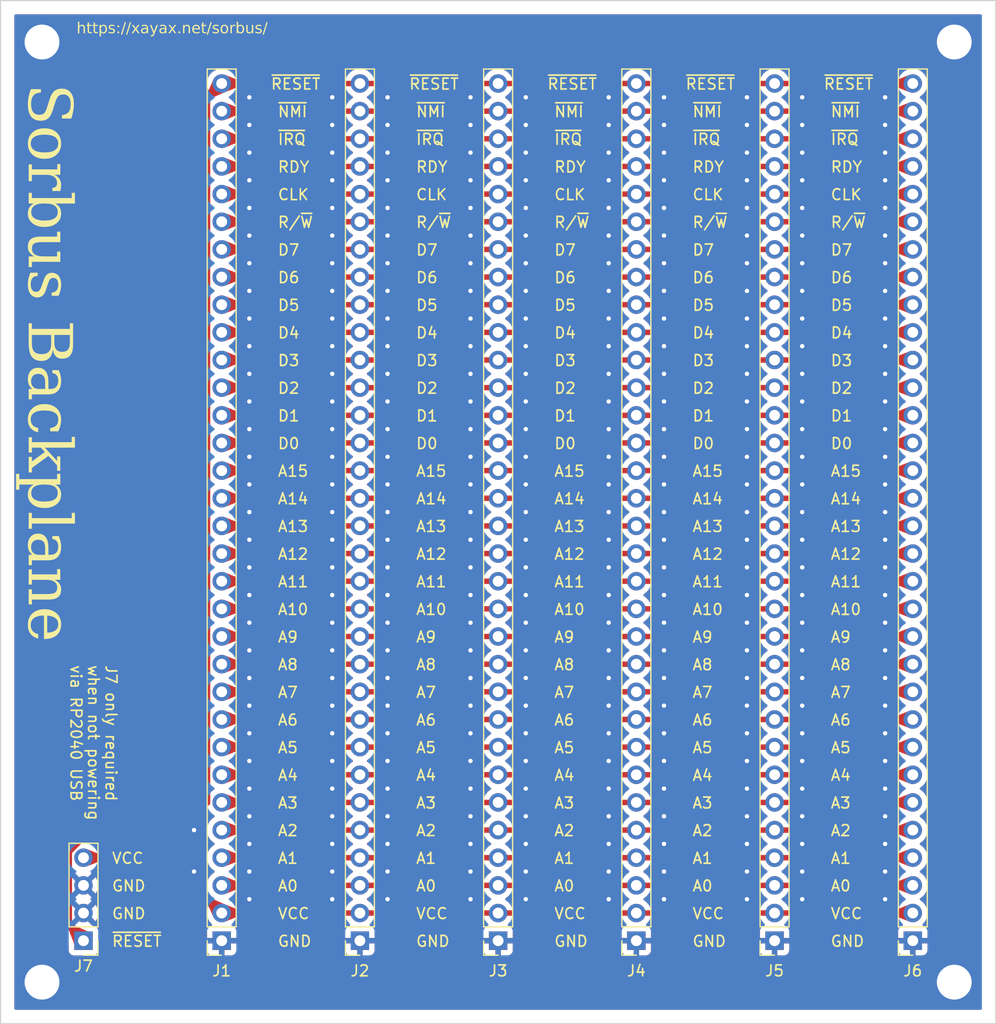
<source format=kicad_pcb>
(kicad_pcb (version 20221018) (generator pcbnew)
  (layers (0 "F.Cu" signal) (31 "B.Cu" signal) (34 "B.Paste" user) (35 "F.Paste" user) (36 "B.SilkS" user "B.Silkscreen") (37 "F.SilkS" user "F.Silkscreen") (38 "B.Mask" user) (39 "F.Mask" user) (44 "Edge.Cuts" user))
  (net 0 "")
  (net 1 "GND")
  (net 2 "VCC")
  (net 3 "A0")
  (net 4 "A1")
  (net 5 "A2")
  (net 6 "A3")
  (net 7 "A4")
  (net 8 "A5")
  (net 9 "A6")
  (net 10 "A7")
  (net 11 "A8")
  (net 12 "A9")
  (net 13 "A10")
  (net 14 "A11")
  (net 15 "A12")
  (net 16 "A13")
  (net 17 "A14")
  (net 18 "A15")
  (net 19 "D0")
  (net 20 "D1")
  (net 21 "D2")
  (net 22 "D3")
  (net 23 "D4")
  (net 24 "D5")
  (net 25 "D6")
  (net 26 "D7")
  (net 27 "R~W")
  (net 28 "CLK")
  (net 29 "RDY")
  (net 30 "~{IRQ}")
  (net 31 "~{NMI}")
  (net 32 "~{RESET}")
  (footprint "Connector_PinSocket_2.54mm:PinSocket_1x32_P2.54mm_Vertical" (layer "F.Cu") (at 152.4 127 180)
    (fp_text reference "J6")
    (fp_text value "Conn_01x32_Socket" hide)
  )
  (footprint "Connector_PinSocket_2.54mm:PinSocket_1x32_P2.54mm_Vertical" (layer "F.Cu") (at 127 127 180)
    (fp_text reference "J4")
    (fp_text value "Conn_01x32_Socket" hide)
  )
  (footprint "Connector_PinSocket_2.54mm:PinSocket_1x32_P2.54mm_Vertical" (layer "F.Cu") (at 88.9 127 180)
    (fp_text reference "J1")
    (fp_text value "Conn_01x32_Socket" hide)
  )
  (footprint "Connector_PinSocket_2.54mm:PinSocket_1x32_P2.54mm_Vertical" (layer "F.Cu") (at 139.7 127 180)
    (fp_text reference "J5")
    (fp_text value "Conn_01x32_Socket" hide)
  )
  (footprint "Connector_PinHeader_2.54mm:PinHeader_1x04_P2.54mm_Vertical" (layer "F.Cu") (at 76.2 127 180)
    (fp_text reference "J7")
    (fp_text value "Conn_01x04_Socket" hide)
  )
  (footprint "Connector_PinSocket_2.54mm:PinSocket_1x32_P2.54mm_Vertical" (layer "F.Cu") (at 101.6 127 180)
    (fp_text reference "J2")
    (fp_text value "Conn_01x32_Socket" hide)
  )
  (footprint "Connector_PinSocket_2.54mm:PinSocket_1x32_P2.54mm_Vertical" (layer "F.Cu") (at 114.3 127 180)
    (fp_text reference "J3")
    (fp_text value "Conn_01x32_Socket" hide)
  )
  (gr_line (start 160.02 134.62) (end 160.02 40.64) (stroke (width 0.1)) (layer "Edge.Cuts"))
  (gr_line (start 68.58 134.62) (end 160.02 134.62) (stroke (width 0.1)) (layer "Edge.Cuts"))
  (gr_line (start 68.58 40.64) (end 68.58 134.62) (stroke (width 0.1)) (layer "Edge.Cuts"))
  (gr_line (start 160.02 40.64) (end 68.58 40.64) (stroke (width 0.1)) (layer "Edge.Cuts"))
  (gr_text "D4" (at 144.78 71.755) (layer "F.SilkS") (effects (font (size 1 1)) (justify left bottom)))
  (gr_text "A12" (at 132.08 92.075) (layer "F.SilkS") (effects (font (size 1 1)) (justify left bottom)))
  (gr_text "GND" (at 132.08 127.635) (layer "F.SilkS") (effects (font (size 1 1)) (justify left bottom)))
  (gr_text "A15" (at 119.38 84.455) (layer "F.SilkS") (effects (font (size 1 1)) (justify left bottom)))
  (gr_text "D4" (at 132.08 71.755) (layer "F.SilkS") (effects (font (size 1 1)) (justify left bottom)))
  (gr_text "A14" (at 106.68 86.995) (layer "F.SilkS") (effects (font (size 1 1)) (justify left bottom)))
  (gr_text "~{RESET}" (at 144.145 48.895) (layer "F.SilkS") (effects (font (size 1 1)) (justify left bottom)))
  (gr_text "GND" (at 106.68 127.635) (layer "F.SilkS") (effects (font (size 1 1)) (justify left bottom)))
  (gr_text "~{IRQ}" (at 106.68 53.975) (layer "F.SilkS") (effects (font (size 1 1)) (justify left bottom)))
  (gr_text "~{NMI}" (at 119.38 51.435) (layer "F.SilkS") (effects (font (size 1 1)) (justify left bottom)))
  (gr_text "GND" (at 93.98 127.635) (layer "F.SilkS") (effects (font (size 1 1)) (justify left bottom)))
  (gr_text "A13" (at 144.78 89.535) (layer "F.SilkS") (effects (font (size 1 1)) (justify left bottom)))
  (gr_text "A0" (at 132.08 122.555) (layer "F.SilkS") (effects (font (size 1 1)) (justify left bottom)))
  (gr_text "~{RESET}" (at 131.445 48.895) (layer "F.SilkS") (effects (font (size 1 1)) (justify left bottom)))
  (gr_text "CLK" (at 144.78 59.055) (layer "F.SilkS") (effects (font (size 1 1)) (justify left bottom)))
  (gr_text "A15" (at 106.68 84.455) (layer "F.SilkS") (effects (font (size 1 1)) (justify left bottom)))
  (gr_text "A2" (at 144.78 117.475) (layer "F.SilkS") (effects (font (size 1 1)) (justify left bottom)))
  (gr_text "A15" (at 93.98 84.455) (layer "F.SilkS") (effects (font (size 1 1)) (justify left bottom)))
  (gr_text "RDY" (at 106.68 56.515) (layer "F.SilkS") (effects (font (size 1 1)) (justify left bottom)))
  (gr_text "A11" (at 106.68 94.615) (layer "F.SilkS") (effects (font (size 1 1)) (justify left bottom)))
  (gr_text "R/~{W}" (at 144.78 61.595) (layer "F.SilkS") (effects (font (size 1 1)) (justify left bottom)))
  (gr_text "A3" (at 93.98 114.935) (layer "F.SilkS") (effects (font (size 1 1)) (justify left bottom)))
  (gr_text "A5" (at 132.08 109.855) (layer "F.SilkS") (effects (font (size 1 1)) (justify left bottom)))
  (gr_text "A12" (at 106.68 92.075) (layer "F.SilkS") (effects (font (size 1 1)) (justify left bottom)))
  (gr_text "A6" (at 93.98 107.315) (layer "F.SilkS") (effects (font (size 1 1)) (justify left bottom)))
  (gr_text "~{NMI}" (at 93.98 51.435) (layer "F.SilkS") (effects (font (size 1 1)) (justify left bottom)))
  (gr_text "D3" (at 106.68 74.295) (layer "F.SilkS") (effects (font (size 1 1)) (justify left bottom)))
  (gr_text "D2" (at 106.68 76.835) (layer "F.SilkS") (effects (font (size 1 1)) (justify left bottom)))
  (gr_text "D0" (at 106.68 81.915) (layer "F.SilkS") (effects (font (size 1 1)) (justify left bottom)))
  (gr_text "A14" (at 144.78 86.995) (layer "F.SilkS") (effects (font (size 1 1)) (justify left bottom)))
  (gr_text "D7" (at 132.08 64.135) (layer "F.SilkS") (effects (font (size 1 1)) (justify left bottom)))
  (gr_text "A10" (at 106.68 97.155) (layer "F.SilkS") (effects (font (size 1 1)) (justify left bottom)))
  (gr_text "A3" (at 144.78 114.935) (layer "F.SilkS") (effects (font (size 1 1)) (justify left bottom)))
  (gr_text "A10" (at 93.98 97.155) (layer "F.SilkS") (effects (font (size 1 1)) (justify left bottom)))
  (gr_text "A8" (at 106.68 102.235) (layer "F.SilkS") (effects (font (size 1 1)) (justify left bottom)))
  (gr_text "CLK" (at 132.08 59.055) (layer "F.SilkS") (effects (font (size 1 1)) (justify left bottom)))
  (gr_text "D7" (at 93.98 64.135) (layer "F.SilkS") (effects (font (size 1 1)) (justify left bottom)))
  (gr_text "D3" (at 144.78 74.295) (layer "F.SilkS") (effects (font (size 1 1)) (justify left bottom)))
  (gr_text "A15" (at 132.08 84.455) (layer "F.SilkS") (effects (font (size 1 1)) (justify left bottom)))
  (gr_text "A9" (at 119.38 99.695) (layer "F.SilkS") (effects (font (size 1 1)) (justify left bottom)))
  (gr_text "A7" (at 144.78 104.775) (layer "F.SilkS") (effects (font (size 1 1)) (justify left bottom)))
  (gr_text "D3" (at 93.98 74.295) (layer "F.SilkS") (effects (font (size 1 1)) (justify left bottom)))
  (gr_text "A5" (at 144.78 109.855) (layer "F.SilkS") (effects (font (size 1 1)) (justify left bottom)))
  (gr_text "D2" (at 93.98 76.835) (layer "F.SilkS") (effects (font (size 1 1)) (justify left bottom)))
  (gr_text "A13" (at 106.68 89.535) (layer "F.SilkS") (effects (font (size 1 1)) (justify left bottom)))
  (gr_text "A7" (at 93.98 104.775) (layer "F.SilkS") (effects (font (size 1 1)) (justify left bottom)))
  (gr_text "A4" (at 106.68 112.395) (layer "F.SilkS") (effects (font (size 1 1)) (justify left bottom)))
  (gr_text "A7" (at 132.08 104.775) (layer "F.SilkS") (effects (font (size 1 1)) (justify left bottom)))
  (gr_text "D5" (at 93.98 69.215) (layer "F.SilkS") (effects (font (size 1 1)) (justify left bottom)))
  (gr_text "A1" (at 119.38 120.015) (layer "F.SilkS") (effects (font (size 1 1)) (justify left bottom)))
  (gr_text "A12" (at 144.78 92.075) (layer "F.SilkS") (effects (font (size 1 1)) (justify left bottom)))
  (gr_text "A4" (at 144.78 112.395) (layer "F.SilkS") (effects (font (size 1 1)) (justify left bottom)))
  (gr_text "J7 only required\nwhen not powering\nvia RP2040 USB" (at 74.93 101.6 270) (layer "F.SilkS") (effects (font (size 1 1)) (justify left bottom)))
  (gr_text "D3" (at 119.38 74.295) (layer "F.SilkS") (effects (font (size 1 1)) (justify left bottom)))
  (gr_text "A6" (at 132.08 107.315) (layer "F.SilkS") (effects (font (size 1 1)) (justify left bottom)))
  (gr_text "A8" (at 144.78 102.235) (layer "F.SilkS") (effects (font (size 1 1)) (justify left bottom)))
  (gr_text "~{IRQ}" (at 132.08 53.975) (layer "F.SilkS") (effects (font (size 1 1)) (justify left bottom)))
  (gr_text "D2" (at 132.08 76.835) (layer "F.SilkS") (effects (font (size 1 1)) (justify left bottom)))
  (gr_text "A15" (at 144.78 84.455) (layer "F.SilkS") (effects (font (size 1 1)) (justify left bottom)))
  (gr_text "D1" (at 144.78 79.375) (layer "F.SilkS") (effects (font (size 1 1)) (justify left bottom)))
  (gr_text "D2" (at 119.38 76.835) (layer "F.SilkS") (effects (font (size 1 1)) (justify left bottom)))
  (gr_text "D2" (at 144.78 76.835) (layer "F.SilkS") (effects (font (size 1 1)) (justify left bottom)))
  (gr_text "GND" (at 144.78 127.635) (layer "F.SilkS") (effects (font (size 1 1)) (justify left bottom)))
  (gr_text "~{IRQ}" (at 119.38 53.975) (layer "F.SilkS") (effects (font (size 1 1)) (justify left bottom)))
  (gr_text "~{RESET}" (at 106.045 48.895) (layer "F.SilkS") (effects (font (size 1 1)) (justify left bottom)))
  (gr_text "VCC" (at 132.08 125.095) (layer "F.SilkS") (effects (font (size 1 1)) (justify left bottom)))
  (gr_text "A13" (at 119.38 89.535) (layer "F.SilkS") (effects (font (size 1 1)) (justify left bottom)))
  (gr_text "D1" (at 106.68 79.375) (layer "F.SilkS") (effects (font (size 1 1)) (justify left bottom)))
  (gr_text "A5" (at 106.68 109.855) (layer "F.SilkS") (effects (font (size 1 1)) (justify left bottom)))
  (gr_text "~{NMI}" (at 132.08 51.435) (layer "F.SilkS") (effects (font (size 1 1)) (justify left bottom)))
  (gr_text "D6" (at 93.98 66.675) (layer "F.SilkS") (effects (font (size 1 1)) (justify left bottom)))
  (gr_text "A7" (at 106.68 104.775) (layer "F.SilkS") (effects (font (size 1 1)) (justify left bottom)))
  (gr_text "A10" (at 144.78 97.155) (layer "F.SilkS") (effects (font (size 1 1)) (justify left bottom)))
  (gr_text "D5" (at 132.08 69.215) (layer "F.SilkS") (effects (font (size 1 1)) (justify left bottom)))
  (gr_text "RDY" (at 119.38 56.515) (layer "F.SilkS") (effects (font (size 1 1)) (justify left bottom)))
  (gr_text "A9" (at 144.78 99.695) (layer "F.SilkS") (effects (font (size 1 1)) (justify left bottom)))
  (gr_text "A2" (at 119.38 117.475) (layer "F.SilkS") (effects (font (size 1 1)) (justify left bottom)))
  (gr_text "R/~{W}" (at 119.38 61.595) (layer "F.SilkS") (effects (font (size 1 1)) (justify left bottom)))
  (gr_text "A11" (at 119.38 94.615) (layer "F.SilkS") (effects (font (size 1 1)) (justify left bottom)))
  (gr_text "A0" (at 93.98 122.555) (layer "F.SilkS") (effects (font (size 1 1)) (justify left bottom)))
  (gr_text "D7" (at 144.78 64.135) (layer "F.SilkS") (effects (font (size 1 1)) (justify left bottom)))
  (gr_text "D4" (at 93.98 71.755) (layer "F.SilkS") (effects (font (size 1 1)) (justify left bottom)))
  (gr_text "A10" (at 132.08 97.155) (layer "F.SilkS") (effects (font (size 1 1)) (justify left bottom)))
  (gr_text "~{RESET}" (at 93.345 48.895) (layer "F.SilkS") (effects (font (size 1 1)) (justify left bottom)))
  (gr_text "A11" (at 93.98 94.615) (layer "F.SilkS") (effects (font (size 1 1)) (justify left bottom)))
  (gr_text "A6" (at 119.38 107.315) (layer "F.SilkS") (effects (font (size 1 1)) (justify left bottom)))
  (gr_text "RDY" (at 93.98 56.515) (layer "F.SilkS") (effects (font (size 1 1)) (justify left bottom)))
  (gr_text "VCC" (at 106.68 125.095) (layer "F.SilkS") (effects (font (size 1 1)) (justify left bottom)))
  (gr_text "D4" (at 119.38 71.755) (layer "F.SilkS") (effects (font (size 1 1)) (justify left bottom)))
  (gr_text "A1" (at 144.78 120.015) (layer "F.SilkS") (effects (font (size 1 1)) (justify left bottom)))
  (gr_text "RDY" (at 144.78 56.515) (layer "F.SilkS") (effects (font (size 1 1)) (justify left bottom)))
  (gr_text "R/~{W}" (at 132.08 61.595) (layer "F.SilkS") (effects (font (size 1 1)) (justify left bottom)))
  (gr_text "A8" (at 132.08 102.235) (layer "F.SilkS") (effects (font (size 1 1)) (justify left bottom)))
  (gr_text "A1" (at 106.68 120.015) (layer "F.SilkS") (effects (font (size 1 1)) (justify left bottom)))
  (gr_text "D0" (at 93.98 81.915) (layer "F.SilkS") (effects (font (size 1 1)) (justify left bottom)))
  (gr_text "A13" (at 93.98 89.535) (layer "F.SilkS") (effects (font (size 1 1)) (justify left bottom)))
  (gr_text "R/~{W}" (at 106.68 61.595) (layer "F.SilkS") (effects (font (size 1 1)) (justify left bottom)))
  (gr_text "D6" (at 119.38 66.675) (layer "F.SilkS") (effects (font (size 1 1)) (justify left bottom)))
  (gr_text "A11" (at 132.08 94.615) (layer "F.SilkS") (effects (font (size 1 1)) (justify left bottom)))
  (gr_text "A12" (at 93.98 92.075) (layer "F.SilkS") (effects (font (size 1 1)) (justify left bottom)))
  (gr_text "D0" (at 119.38 81.915) (layer "F.SilkS") (effects (font (size 1 1)) (justify left bottom)))
  (gr_text "A4" (at 93.98 112.395) (layer "F.SilkS") (effects (font (size 1 1)) (justify left bottom)))
  (gr_text "A14" (at 132.08 86.995) (layer "F.SilkS") (effects (font (size 1 1)) (justify left bottom)))
  (gr_text "~{RESET}" (at 78.74 127.635) (layer "F.SilkS") (effects (font (size 1 1)) (justify left bottom)))
  (gr_text "A11" (at 144.78 94.615) (layer "F.SilkS") (effects (font (size 1 1)) (justify left bottom)))
  (gr_text "CLK" (at 119.38 59.055) (layer "F.SilkS") (effects (font (size 1 1)) (justify left bottom)))
  (gr_text "A12" (at 119.38 92.075) (layer "F.SilkS") (effects (font (size 1 1)) (justify left bottom)))
  (gr_text "VCC" (at 144.78 125.095) (layer "F.SilkS") (effects (font (size 1 1)) (justify left bottom)))
  (gr_text "GND" (at 119.38 127.635) (layer "F.SilkS") (effects (font (size 1 1)) (justify left bottom)))
  (gr_text "VCC" (at 119.38 125.095) (layer "F.SilkS") (effects (font (size 1 1)) (justify left bottom)))
  (gr_text "VCC" (at 93.98 125.095) (layer "F.SilkS") (effects (font (size 1 1)) (justify left bottom)))
  (gr_text "A9" (at 93.98 99.695) (layer "F.SilkS") (effects (font (size 1 1)) (justify left bottom)))
  (gr_text "A8" (at 93.98 102.235) (layer "F.SilkS") (effects (font (size 1 1)) (justify left bottom)))
  (gr_text "D1" (at 132.08 79.375) (layer "F.SilkS") (effects (font (size 1 1)) (justify left bottom)))
  (gr_text "A5" (at 119.38 109.855) (layer "F.SilkS") (effects (font (size 1 1)) (justify left bottom)))
  (gr_text "A3" (at 132.08 114.935) (layer "F.SilkS") (effects (font (size 1 1)) (justify left bottom)))
  (gr_text "VCC" (at 78.74 120.015) (layer "F.SilkS") (effects (font (size 1 1)) (justify left bottom)))
  (gr_text "A0" (at 144.78 122.555) (layer "F.SilkS") (effects (font (size 1 1)) (justify left bottom)))
  (gr_text "A6" (at 144.78 107.315) (layer "F.SilkS") (effects (font (size 1 1)) (justify left bottom)))
  (gr_text "A9" (at 106.68 99.695) (layer "F.SilkS") (effects (font (size 1 1)) (justify left bottom)))
  (gr_text "D7" (at 106.68 64.135) (layer "F.SilkS") (effects (font (size 1 1)) (justify left bottom)))
  (gr_text "D6" (at 106.68 66.675) (layer "F.SilkS") (effects (font (size 1 1)) (justify left bottom)))
  (gr_text "A14" (at 119.38 86.995) (layer "F.SilkS") (effects (font (size 1 1)) (justify left bottom)))
  (gr_text "CLK" (at 93.98 59.055) (layer "F.SilkS") (effects (font (size 1 1)) (justify left bottom)))
  (gr_text "D1" (at 119.38 79.375) (layer "F.SilkS") (effects (font (size 1 1)) (justify left bottom)))
  (gr_text "D1" (at 93.98 79.375) (layer "F.SilkS") (effects (font (size 1 1)) (justify left bottom)))
  (gr_text "A8" (at 119.38 102.235) (layer "F.SilkS") (effects (font (size 1 1)) (justify left bottom)))
  (gr_text "D5" (at 144.78 69.215) (layer "F.SilkS") (effects (font (size 1 1)) (justify left bottom)))
  (gr_text "~{NMI}" (at 144.78 51.435) (layer "F.SilkS") (effects (font (size 1 1)) (justify left bottom)))
  (gr_text "A0" (at 119.38 122.555) (layer "F.SilkS") (effects (font (size 1 1)) (justify left bottom)))
  (gr_text "A0" (at 106.68 122.555) (layer "F.SilkS") (effects (font (size 1 1)) (justify left bottom)))
  (gr_text "R/~{W}" (at 93.98 61.595) (layer "F.SilkS") (effects (font (size 1 1)) (justify left bottom)))
  (gr_text "D6" (at 144.78 66.675) (layer "F.SilkS") (effects (font (size 1 1)) (justify left bottom)))
  (gr_text "https://xayax.net/sorbus/" (at 75.565 43.815) (layer "F.SilkS") (effects (font (size 1 1)) (justify left bottom)))
  (gr_text "CLK" (at 106.68 59.055) (layer "F.SilkS") (effects (font (size 1 1)) (justify left bottom)))
  (gr_text "A4" (at 119.38 112.395) (layer "F.SilkS") (effects (font (size 1 1)) (justify left bottom)))
  (gr_text "D5" (at 119.38 69.215) (layer "F.SilkS") (effects (font (size 1 1)) (justify left bottom)))
  (gr_text "A3" (at 119.38 114.935) (layer "F.SilkS") (effects (font (size 1 1)) (justify left bottom)))
  (gr_text "A9" (at 132.08 99.695) (layer "F.SilkS") (effects (font (size 1 1)) (justify left bottom)))
  (gr_text "A2" (at 93.98 117.475) (layer "F.SilkS") (effects (font (size 1 1)) (justify left bottom)))
  (gr_text "Sorbus Backplane" (at 70.485 48.26 -90) (layer "F.SilkS") (effects (font (size 4 4) (thickness 0.125)) (justify left bottom)))
  (gr_text "D7" (at 119.38 64.135) (layer "F.SilkS") (effects (font (size 1 1)) (justify left bottom)))
  (gr_text "A10" (at 119.38 97.155) (layer "F.SilkS") (effects (font (size 1 1)) (justify left bottom)))
  (gr_text "A1" (at 132.08 120.015) (layer "F.SilkS") (effects (font (size 1 1)) (justify left bottom)))
  (gr_text "~{IRQ}" (at 144.78 53.975) (layer "F.SilkS") (effects (font (size 1 1)) (justify left bottom)))
  (gr_text "D3" (at 132.08 74.295) (layer "F.SilkS") (effects (font (size 1 1)) (justify left bottom)))
  (gr_text "D0" (at 132.08 81.915) (layer "F.SilkS") (effects (font (size 1 1)) (justify left bottom)))
  (gr_text "D4" (at 106.68 71.755) (layer "F.SilkS") (effects (font (size 1 1)) (justify left bottom)))
  (gr_text "A3" (at 106.68 114.935) (layer "F.SilkS") (effects (font (size 1 1)) (justify left bottom)))
  (gr_text "~{RESET}" (at 118.745 48.895) (layer "F.SilkS") (effects (font (size 1 1)) (justify left bottom)))
  (gr_text "RDY" (at 132.08 56.515) (layer "F.SilkS") (effects (font (size 1 1)) (justify left bottom)))
  (gr_text "A4" (at 132.08 112.395) (layer "F.SilkS") (effects (font (size 1 1)) (justify left bottom)))
  (gr_text "~{IRQ}" (at 93.98 53.975) (layer "F.SilkS") (effects (font (size 1 1)) (justify left bottom)))
  (gr_text "~{NMI}" (at 106.68 51.435) (layer "F.SilkS") (effects (font (size 1 1)) (justify left bottom)))
  (gr_text "A1" (at 93.98 120.015) (layer "F.SilkS") (effects (font (size 1 1)) (justify left bottom)))
  (gr_text "GND" (at 78.74 125.095) (layer "F.SilkS") (effects (font (size 1 1)) (justify left bottom)))
  (gr_text "A6" (at 106.68 107.315) (layer "F.SilkS") (effects (font (size 1 1)) (justify left bottom)))
  (gr_text "A13" (at 132.08 89.535) (layer "F.SilkS") (effects (font (size 1 1)) (justify left bottom)))
  (gr_text "A5" (at 93.98 109.855) (layer "F.SilkS") (effects (font (size 1 1)) (justify left bottom)))
  (gr_text "GND" (at 78.74 122.555) (layer "F.SilkS") (effects (font (size 1 1)) (justify left bottom)))
  (gr_text "A2" (at 132.08 117.475) (layer "F.SilkS") (effects (font (size 1 1)) (justify left bottom)))
  (gr_text "A7" (at 119.38 104.775) (layer "F.SilkS") (effects (font (size 1 1)) (justify left bottom)))
  (gr_text "D0" (at 144.78 81.915) (layer "F.SilkS") (effects (font (size 1 1)) (justify left bottom)))
  (gr_text "D5" (at 106.68 69.215) (layer "F.SilkS") (effects (font (size 1 1)) (justify left bottom)))
  (gr_text "D6" (at 132.08 66.675) (layer "F.SilkS") (effects (font (size 1 1)) (justify left bottom)))
  (gr_text "A2" (at 106.68 117.475) (layer "F.SilkS") (effects (font (size 1 1)) (justify left bottom)))
  (gr_text "A14" (at 93.98 86.995) (layer "F.SilkS") (effects (font (size 1 1)) (justify left bottom)))
  (via (at 137.16 59.69) (size 0.8) (drill 0.4) (layers "F.Cu" "B.Cu") (net 1))
  (via (at 99.06 115.57) (size 0.8) (drill 0.4) (layers "F.Cu" "B.Cu") (net 1))
  (via (at 137.16 64.77) (size 0.8) (drill 0.4) (layers "F.Cu" "B.Cu") (net 1))
  (via (at 137.16 123.19) (size 0.8) (drill 0.4) (layers "F.Cu" "B.Cu") (net 1))
  (via (at 104.14 100.33) (size 0.8) (drill 0.4) (layers "F.Cu" "B.Cu") (net 1))
  (via (at 116.84 67.31) (size 0.8) (drill 0.4) (layers "F.Cu" "B.Cu") (net 1))
  (via (at 111.76 82.55) (size 0.8) (drill 0.4) (layers "F.Cu" "B.Cu") (net 1))
  (via (at 116.84 87.63) (size 0.8) (drill 0.4) (layers "F.Cu" "B.Cu") (net 1))
  (via (at 99.06 72.39) (size 0.8) (drill 0.4) (layers "F.Cu" "B.Cu") (net 1))
  (via (at 129.54 120.65) (size 0.8) (drill 0.4) (layers "F.Cu" "B.Cu") (net 1))
  (via (at 124.46 95.25) (size 0.8) (drill 0.4) (layers "F.Cu" "B.Cu") (net 1))
  (via (at 129.54 64.77) (size 0.8) (drill 0.4) (layers "F.Cu" "B.Cu") (net 1))
  (via (at 104.14 49.53) (size 0.8) (drill 0.4) (layers "F.Cu" "B.Cu") (net 1))
  (via (at 142.24 69.85) (size 0.8) (drill 0.4) (layers "F.Cu" "B.Cu") (net 1))
  (via (at 149.86 110.49) (size 0.8) (drill 0.4) (layers "F.Cu" "B.Cu") (net 1))
  (via (at 99.06 118.11) (size 0.8) (drill 0.4) (layers "F.Cu" "B.Cu") (net 1))
  (via (at 129.54 97.79) (size 0.8) (drill 0.4) (layers "F.Cu" "B.Cu") (net 1))
  (via (at 129.54 62.23) (size 0.8) (drill 0.4) (layers "F.Cu" "B.Cu") (net 1))
  (via (at 99.06 62.23) (size 0.8) (drill 0.4) (layers "F.Cu" "B.Cu") (net 1))
  (via (at 124.46 72.39) (size 0.8) (drill 0.4) (layers "F.Cu" "B.Cu") (net 1))
  (via (at 129.54 113.03) (size 0.8) (drill 0.4) (layers "F.Cu" "B.Cu") (net 1))
  (via (at 99.06 90.17) (size 0.8) (drill 0.4) (layers "F.Cu" "B.Cu") (net 1))
  (via (at 149.86 82.55) (size 0.8) (drill 0.4) (layers "F.Cu" "B.Cu") (net 1))
  (via (at 124.46 77.47) (size 0.8) (drill 0.4) (layers "F.Cu" "B.Cu") (net 1))
  (via (at 149.86 120.65) (size 0.8) (drill 0.4) (layers "F.Cu" "B.Cu") (net 1))
  (via (at 137.16 115.57) (size 0.8) (drill 0.4) (layers "F.Cu" "B.Cu") (net 1))
  (via (at 104.14 72.39) (size 0.8) (drill 0.4) (layers "F.Cu" "B.Cu") (net 1))
  (via (at 116.84 49.53) (size 0.8) (drill 0.4) (layers "F.Cu" "B.Cu") (net 1))
  (via (at 124.46 67.31) (size 0.8) (drill 0.4) (layers "F.Cu" "B.Cu") (net 1))
  (via (at 116.84 92.71) (size 0.8) (drill 0.4) (layers "F.Cu" "B.Cu") (net 1))
  (via (at 104.14 59.69) (size 0.8) (drill 0.4) (layers "F.Cu" "B.Cu") (net 1))
  (via (at 137.16 49.53) (size 0.8) (drill 0.4) (layers "F.Cu" "B.Cu") (net 1))
  (via (at 72.39 44.45) (size 3.4) (drill 3.2) (layers "F.Cu" "B.Cu") (net 1))
  (via (at 91.44 102.87) (size 0.8) (drill 0.4) (layers "F.Cu" "B.Cu") (net 1))
  (via (at 111.76 90.17) (size 0.8) (drill 0.4) (layers "F.Cu" "B.Cu") (net 1))
  (via (at 111.76 67.31) (size 0.8) (drill 0.4) (layers "F.Cu" "B.Cu") (net 1))
  (via (at 91.44 97.79) (size 0.8) (drill 0.4) (layers "F.Cu" "B.Cu") (net 1))
  (via (at 156.21 130.81) (size 3.4) (drill 3.2) (layers "F.Cu" "B.Cu") (net 1))
  (via (at 111.76 57.15) (size 0.8) (drill 0.4) (layers "F.Cu" "B.Cu") (net 1))
  (via (at 111.76 52.07) (size 0.8) (drill 0.4) (layers "F.Cu" "B.Cu") (net 1))
  (via (at 99.06 113.03) (size 0.8) (drill 0.4) (layers "F.Cu" "B.Cu") (net 1))
  (via (at 104.14 105.41) (size 0.8) (drill 0.4) (layers "F.Cu" "B.Cu") (net 1))
  (via (at 99.06 87.63) (size 0.8) (drill 0.4) (layers "F.Cu" "B.Cu") (net 1))
  (via (at 149.86 118.11) (size 0.8) (drill 0.4) (layers "F.Cu" "B.Cu") (net 1))
  (via (at 91.44 49.53) (size 0.8) (drill 0.4) (layers "F.Cu" "B.Cu") (net 1))
  (via (at 149.86 107.95) (size 0.8) (drill 0.4) (layers "F.Cu" "B.Cu") (net 1))
  (via (at 137.16 102.87) (size 0.8) (drill 0.4) (layers "F.Cu" "B.Cu") (net 1))
  (via (at 129.54 87.63) (size 0.8) (drill 0.4) (layers "F.Cu" "B.Cu") (net 1))
  (via (at 99.06 64.77) (size 0.8) (drill 0.4) (layers "F.Cu" "B.Cu") (net 1))
  (via (at 116.84 52.07) (size 0.8) (drill 0.4) (layers "F.Cu" "B.Cu") (net 1))
  (via (at 137.16 72.39) (size 0.8) (drill 0.4) (layers "F.Cu" "B.Cu") (net 1))
  (via (at 142.24 52.07) (size 0.8) (drill 0.4) (layers "F.Cu" "B.Cu") (net 1))
  (via (at 111.76 77.47) (size 0.8) (drill 0.4) (layers "F.Cu" "B.Cu") (net 1))
  (via (at 149.86 92.71) (size 0.8) (drill 0.4) (layers "F.Cu" "B.Cu") (net 1))
  (via (at 111.76 92.71) (size 0.8) (drill 0.4) (layers "F.Cu" "B.Cu") (net 1))
  (via (at 124.46 100.33) (size 0.8) (drill 0.4) (layers "F.Cu" "B.Cu") (net 1))
  (via (at 137.16 92.71) (size 0.8) (drill 0.4) (layers "F.Cu" "B.Cu") (net 1))
  (via (at 111.76 113.03) (size 0.8) (drill 0.4) (layers "F.Cu" "B.Cu") (net 1))
  (via (at 116.84 105.41) (size 0.8) (drill 0.4) (layers "F.Cu" "B.Cu") (net 1))
  (via (at 91.44 100.33) (size 0.8) (drill 0.4) (layers "F.Cu" "B.Cu") (net 1))
  (via (at 129.54 80.01) (size 0.8) (drill 0.4) (layers "F.Cu" "B.Cu") (net 1))
  (via (at 149.86 80.01) (size 0.8) (drill 0.4) (layers "F.Cu" "B.Cu") (net 1))
  (via (at 111.76 62.23) (size 0.8) (drill 0.4) (layers "F.Cu" "B.Cu") (net 1))
  (via (at 142.24 85.09) (size 0.8) (drill 0.4) (layers "F.Cu" "B.Cu") (net 1))
  (via (at 149.86 97.79) (size 0.8) (drill 0.4) (layers "F.Cu" "B.Cu") (net 1))
  (via (at 137.16 57.15) (size 0.8) (drill 0.4) (layers "F.Cu" "B.Cu") (net 1))
  (via (at 142.24 74.93) (size 0.8) (drill 0.4) (layers "F.Cu" "B.Cu") (net 1))
  (via (at 142.24 54.61) (size 0.8) (drill 0.4) (layers "F.Cu" "B.Cu") (net 1))
  (via (at 124.46 97.79) (size 0.8) (drill 0.4) (layers "F.Cu" "B.Cu") (net 1))
  (via (at 116.84 72.39) (size 0.8) (drill 0.4) (layers "F.Cu" "B.Cu") (net 1))
  (via (at 91.44 113.03) (size 0.8) (drill 0.4) (layers "F.Cu" "B.Cu") (net 1))
  (via (at 111.76 74.93) (size 0.8) (drill 0.4) (layers "F.Cu" "B.Cu") (net 1))
  (via (at 149.86 115.57) (size 0.8) (drill 0.4) (layers "F.Cu" "B.Cu") (net 1))
  (via (at 124.46 85.09) (size 0.8) (drill 0.4) (layers "F.Cu" "B.Cu") (net 1))
  (via (at 116.84 95.25) (size 0.8) (drill 0.4) (layers "F.Cu" "B.Cu") (net 1))
  (via (at 111.76 100.33) (size 0.8) (drill 0.4) (layers "F.Cu" "B.Cu") (net 1))
  (via (at 142.24 64.77) (size 0.8) (drill 0.4) (layers "F.Cu" "B.Cu") (net 1))
  (via (at 104.14 57.15) (size 0.8) (drill 0.4) (layers "F.Cu" "B.Cu") (net 1))
  (via (at 91.44 52.07) (size 0.8) (drill 0.4) (layers "F.Cu" "B.Cu") (net 1))
  (via (at 149.86 113.03) (size 0.8) (drill 0.4) (layers "F.Cu" "B.Cu") (net 1))
  (via (at 124.46 64.77) (size 0.8) (drill 0.4) (layers "F.Cu" "B.Cu") (net 1))
  (via (at 142.24 118.11) (size 0.8) (drill 0.4) (layers "F.Cu" "B.Cu") (net 1))
  (via (at 116.84 113.03) (size 0.8) (drill 0.4) (layers "F.Cu" "B.Cu") (net 1))
  (via (at 124.46 82.55) (size 0.8) (drill 0.4) (layers "F.Cu" "B.Cu") (net 1))
  (via (at 104.14 62.23) (size 0.8) (drill 0.4) (layers "F.Cu" "B.Cu") (net 1))
  (via (at 124.46 62.23) (size 0.8) (drill 0.4) (layers "F.Cu" "B.Cu") (net 1))
  (via (at 99.06 57.15) (size 0.8) (drill 0.4) (layers "F.Cu" "B.Cu") (net 1))
  (via (at 104.14 115.57) (size 0.8) (drill 0.4) (layers "F.Cu" "B.Cu") (net 1))
  (via (at 124.46 115.57) (size 0.8) (drill 0.4) (layers "F.Cu" "B.Cu") (net 1))
  (via (at 124.46 92.71) (size 0.8) (drill 0.4) (layers "F.Cu" "B.Cu") (net 1))
  (via (at 116.84 120.65) (size 0.8) (drill 0.4) (layers "F.Cu" "B.Cu") (net 1))
  (via (at 129.54 118.11) (size 0.8) (drill 0.4) (layers "F.Cu" "B.Cu") (net 1))
  (via (at 104.14 113.03) (size 0.8) (drill 0.4) (layers "F.Cu" "B.Cu") (net 1))
  (via (at 142.24 107.95) (size 0.8) (drill 0.4) (layers "F.Cu" "B.Cu") (net 1))
  (via (at 116.84 102.87) (size 0.8) (drill 0.4) (layers "F.Cu" "B.Cu") (net 1))
  (via (at 91.44 72.39) (size 0.8) (drill 0.4) (layers "F.Cu" "B.Cu") (net 1))
  (via (at 142.24 87.63) (size 0.8) (drill 0.4) (layers "F.Cu" "B.Cu") (net 1))
  (via (at 156.21 44.45) (size 3.4) (drill 3.2) (layers "F.Cu" "B.Cu") (net 1))
  (via (at 137.16 67.31) (size 0.8) (drill 0.4) (layers "F.Cu" "B.Cu") (net 1))
  (via (at 129.54 72.39) (size 0.8) (drill 0.4) (layers "F.Cu" "B.Cu") (net 1))
  (via (at 137.16 110.49) (size 0.8) (drill 0.4) (layers "F.Cu" "B.Cu") (net 1))
  (via (at 104.14 97.79) (size 0.8) (drill 0.4) (layers "F.Cu" "B.Cu") (net 1))
  (via (at 124.46 102.87) (size 0.8) (drill 0.4) (layers "F.Cu" "B.Cu") (net 1))
  (via (at 149.86 67.31) (size 0.8) (drill 0.4) (layers "F.Cu" "B.Cu") (net 1))
  (via (at 111.76 59.69) (size 0.8) (drill 0.4) (layers "F.Cu" "B.Cu") (net 1))
  (via (at 116.84 74.93) (size 0.8) (drill 0.4) (layers "F.Cu" "B.Cu") (net 1))
  (via (at 142.24 77.47) (size 0.8) (drill 0.4) (layers "F.Cu" "B.Cu") (net 1))
  (via (at 99.06 97.79) (size 0.8) (drill 0.4) (layers "F.Cu" "B.Cu") (net 1))
  (via (at 142.24 110.49) (size 0.8) (drill 0.4) (layers "F.Cu" "B.Cu") (net 1))
  (via (at 111.76 120.65) (size 0.8) (drill 0.4) (layers "F.Cu" "B.Cu") (net 1))
  (via (at 104.14 54.61) (size 0.8) (drill 0.4) (layers "F.Cu" "B.Cu") (net 1))
  (via (at 149.86 100.33) (size 0.8) (drill 0.4) (layers "F.Cu" "B.Cu") (net 1))
  (via (at 137.16 52.07) (size 0.8) (drill 0.4) (layers "F.Cu" "B.Cu") (net 1))
  (via (at 124.46 107.95) (size 0.8) (drill 0.4) (layers "F.Cu" "B.Cu") (net 1))
  (via (at 104.14 118.11) (size 0.8) (drill 0.4) (layers "F.Cu" "B.Cu") (net 1))
  (via (at 104.14 90.17) (size 0.8) (drill 0.4) (layers "F.Cu" "B.Cu") (net 1))
  (via (at 91.44 107.95) (size 0.8) (drill 0.4) (layers "F.Cu" "B.Cu") (net 1))
  (via (at 99.06 110.49) (size 0.8) (drill 0.4) (layers "F.Cu" "B.Cu") (net 1))
  (via (at 137.16 97.79) (size 0.8) (drill 0.4) (layers "F.Cu" "B.Cu") (net 1))
  (via (at 129.54 100.33) (size 0.8) (drill 0.4) (layers "F.Cu" "B.Cu") (net 1))
  (via (at 116.84 115.57) (size 0.8) (drill 0.4) (layers "F.Cu" "B.Cu") (net 1))
  (via (at 91.44 90.17) (size 0.8) (drill 0.4) (layers "F.Cu" "B.Cu") (net 1))
  (via (at 142.24 100.33) (size 0.8) (drill 0.4) (layers "F.Cu" "B.Cu") (net 1))
  (via (at 116.84 62.23) (size 0.8) (drill 0.4) (layers "F.Cu" "B.Cu") (net 1))
  (via (at 111.76 85.09) (size 0.8) (drill 0.4) (layers "F.Cu" "B.Cu") (net 1))
  (via (at 116.84 64.77) (size 0.8) (drill 0.4) (layers "F.Cu" "B.Cu") (net 1))
  (via (at 116.84 80.01) (size 0.8) (drill 0.4) (layers "F.Cu" "B.Cu") (net 1))
  (via (at 116.84 118.11) (size 0.8) (drill 0.4) (layers "F.Cu" "B.Cu") (net 1))
  (via (at 104.14 69.85) (size 0.8) (drill 0.4) (layers "F.Cu" "B.Cu") (net 1))
  (via (at 111.76 69.85) (size 0.8) (drill 0.4) (layers "F.Cu" "B.Cu") (net 1))
  (via (at 104.14 85.09) (size 0.8) (drill 0.4) (layers "F.Cu" "B.Cu") (net 1))
  (via (at 137.16 118.11) (size 0.8) (drill 0.4) (layers "F.Cu" "B.Cu") (net 1))
  (via (at 99.06 59.69) (size 0.8) (drill 0.4) (layers "F.Cu" "B.Cu") (net 1))
  (via (at 104.14 120.65) (size 0.8) (drill 0.4) (layers "F.Cu" "B.Cu") (net 1))
  (via (at 142.24 59.69) (size 0.8) (drill 0.4) (layers "F.Cu" "B.Cu") (net 1))
  (via (at 142.24 120.65) (size 0.8) (drill 0.4) (layers "F.Cu" "B.Cu") (net 1))
  (via (at 142.24 90.17) (size 0.8) (drill 0.4) (layers "F.Cu" "B.Cu") (net 1))
  (via (at 129.54 102.87) (size 0.8) (drill 0.4) (layers "F.Cu" "B.Cu") (net 1))
  (via (at 116.84 77.47) (size 0.8) (drill 0.4) (layers "F.Cu" "B.Cu") (net 1))
  (via (at 116.84 69.85) (size 0.8) (drill 0.4) (layers "F.Cu" "B.Cu") (net 1))
  (via (at 129.54 69.85) (size 0.8) (drill 0.4) (layers "F.Cu" "B.Cu") (net 1))
  (via (at 91.44 115.57) (size 0.8) (drill 0.4) (layers "F.Cu" "B.Cu") (net 1))
  (via (at 99.06 123.19) (size 0.8) (drill 0.4) (layers "F.Cu" "B.Cu") (net 1))
  (via (at 124.46 123.19) (size 0.8) (drill 0.4) (layers "F.Cu" "B.Cu") (net 1))
  (via (at 91.44 67.31) (size 0.8) (drill 0.4) (layers "F.Cu" "B.Cu") (net 1))
  (via (at 104.14 102.87) (size 0.8) (drill 0.4) (layers "F.Cu" "B.Cu") (net 1))
  (via (at 137.16 85.09) (size 0.8) (drill 0.4) (layers "F.Cu" "B.Cu") (net 1))
  (via (at 99.06 77.47) (size 0.8) (drill 0.4) (layers "F.Cu" "B.Cu") (net 1))
  (via (at 149.86 59.69) (size 0.8) (drill 0.4) (layers "F.Cu" "B.Cu") (net 1))
  (via (at 104.14 64.77) (size 0.8) (drill 0.4) (layers "F.Cu" "B.Cu") (net 1))
  (via (at 124.46 69.85) (size 0.8) (drill 0.4) (layers "F.Cu" "B.Cu") (net 1))
  (via (at 116.84 110.49) (size 0.8) (drill 0.4) (layers "F.Cu" "B.Cu") (net 1))
  (via (at 142.24 113.03) (size 0.8) (drill 0.4) (layers "F.Cu" "B.Cu") (net 1))
  (via (at 149.86 77.47) (size 0.8) (drill 0.4) (layers "F.Cu" "B.Cu") (net 1))
  (via (at 99.06 80.01) (size 0.8) (drill 0.4) (layers "F.Cu" "B.Cu") (net 1))
  (via (at 137.16 82.55) (size 0.8) (drill 0.4) (layers "F.Cu" "B.Cu") (net 1))
  (via (at 149.86 62.23) (size 0.8) (drill 0.4) (layers "F.Cu" "B.Cu") (net 1))
  (via (at 137.16 90.17) (size 0.8) (drill 0.4) (layers "F.Cu" "B.Cu") (net 1))
  (via (at 149.86 95.25) (size 0.8) (drill 0.4) (layers "F.Cu" "B.Cu") (net 1))
  (via (at 91.44 77.47) (size 0.8) (drill 0.4) (layers "F.Cu" "B.Cu") (net 1))
  (via (at 99.06 49.53) (size 0.8) (drill 0.4) (layers "F.Cu" "B.Cu") (net 1))
  (via (at 111.76 87.63) (size 0.8) (drill 0.4) (layers "F.Cu" "B.Cu") (net 1))
  (via (at 72.39 130.81) (size 3.4) (drill 3.2) (layers "F.Cu" "B.Cu") (net 1))
  (via (at 149.86 52.07) (size 0.8) (drill 0.4) (layers "F.Cu" "B.Cu") (net 1))
  (via (at 129.54 90.17) (size 0.8) (drill 0.4) (layers "F.Cu" "B.Cu") (net 1))
  (via (at 137.16 77.47) (size 0.8) (drill 0.4) (layers "F.Cu" "B.Cu") (net 1))
  (via (at 124.46 57.15) (size 0.8) (drill 0.4) (layers "F.Cu" "B.Cu") (net 1))
  (via (at 142.24 62.23) (size 0.8) (drill 0.4) (layers "F.Cu" "B.Cu") (net 1))
  (via (at 116.84 97.79) (size 0.8) (drill 0.4) (layers "F.Cu" "B.Cu") (net 1))
  (via (at 137.16 69.85) (size 0.8) (drill 0.4) (layers "F.Cu" "B.Cu") (net 1))
  (via (at 104.14 80.01) (size 0.8) (drill 0.4) (layers "F.Cu" "B.Cu") (net 1))
  (via (at 149.86 54.61) (size 0.8) (drill 0.4) (layers "F.Cu" "B.Cu") (net 1))
  (via (at 116.84 123.19) (size 0.8) (drill 0.4) (layers "F.Cu" "B.Cu") (net 1))
  (via (at 91.44 82.55) (size 0.8) (drill 0.4) (layers "F.Cu" "B.Cu") (net 1))
  (via (at 104.14 123.19) (size 0.8) (drill 0.4) (layers "F.Cu" "B.Cu") (net 1))
  (via (at 111.76 72.39) (size 0.8) (drill 0.4) (layers "F.Cu" "B.Cu") (net 1))
  (via (at 91.44 95.25) (size 0.8) (drill 0.4) (layers "F.Cu" "B.Cu") (net 1))
  (via (at 116.84 57.15) (size 0.8) (drill 0.4) (layers "F.Cu" "B.Cu") (net 1))
  (via (at 142.24 82.55) (size 0.8) (drill 0.4) (layers "F.Cu" "B.Cu") (net 1))
  (via (at 137.16 87.63) (size 0.8) (drill 0.4) (layers "F.Cu" "B.Cu") (net 1))
  (via (at 129.54 74.93) (size 0.8) (drill 0.4) (layers "F.Cu" "B.Cu") (net 1))
  (via (at 149.86 72.39) (size 0.8) (drill 0.4) (layers "F.Cu" "B.Cu") (net 1))
  (via (at 91.44 80.01) (size 0.8) (drill 0.4) (layers "F.Cu" "B.Cu") (net 1))
  (via (at 149.86 90.17) (size 0.8) (drill 0.4) (layers "F.Cu" "B.Cu") (net 1))
  (via (at 137.16 74.93) (size 0.8) (drill 0.4) (layers "F.Cu" "B.Cu") (net 1))
  (via (at 142.24 123.19) (size 0.8) (drill 0.4) (layers "F.Cu" "B.Cu") (net 1))
  (via (at 142.24 80.01) (size 0.8) (drill 0.4) (layers "F.Cu" "B.Cu") (net 1))
  (via (at 104.14 110.49) (size 0.8) (drill 0.4) (layers "F.Cu" "B.Cu") (net 1))
  (via (at 116.84 100.33) (size 0.8) (drill 0.4) (layers "F.Cu" "B.Cu") (net 1))
  (via (at 124.46 118.11) (size 0.8) (drill 0.4) (layers "F.Cu" "B.Cu") (net 1))
  (via (at 129.54 82.55) (size 0.8) (drill 0.4) (layers "F.Cu" "B.Cu") (net 1))
  (via (at 129.54 95.25) (size 0.8) (drill 0.4) (layers "F.Cu" "B.Cu") (net 1))
  (via (at 104.14 82.55) (size 0.8) (drill 0.4) (layers "F.Cu" "B.Cu") (net 1))
  (via (at 124.46 80.01) (size 0.8) (drill 0.4) (layers "F.Cu" "B.Cu") (net 1))
  (via (at 91.44 120.65) (size 0.8) (drill 0.4) (layers "F.Cu" "B.Cu") (net 1))
  (via (at 116.84 107.95) (size 0.8) (drill 0.4) (layers "F.Cu" "B.Cu") (net 1))
  (via (at 129.54 123.19) (size 0.8) (drill 0.4) (layers "F.Cu" "B.Cu") (net 1))
  (via (at 91.44 64.77) (size 0.8) (drill 0.4) (layers "F.Cu" "B.Cu") (net 1))
  (via (at 129.54 67.31) (size 0.8) (drill 0.4) (layers "F.Cu" "B.Cu") (net 1))
  (via (at 111.76 123.19) (size 0.8) (drill 0.4) (layers "F.Cu" "B.Cu") (net 1))
  (via (at 142.24 115.57) (size 0.8) (drill 0.4) (layers "F.Cu" "B.Cu") (net 1))
  (via (at 137.16 54.61) (size 0.8) (drill 0.4) (layers "F.Cu" "B.Cu") (net 1))
  (via (at 137.16 62.23) (size 0.8) (drill 0.4) (layers "F.Cu" "B.Cu") (net 1))
  (via (at 91.44 62.23) (size 0.8) (drill 0.4) (layers "F.Cu" "B.Cu") (net 1))
  (via (at 99.06 92.71) (size 0.8) (drill 0.4) (layers "F.Cu" "B.Cu") (net 1))
  (via (at 91.44 59.69) (size 0.8) (drill 0.4) (layers "F.Cu" "B.Cu") (net 1))
  (via (at 142.24 97.79) (size 0.8) (drill 0.4) (layers "F.Cu" "B.Cu") (net 1))
  (via (at 111.76 49.53) (size 0.8) (drill 0.4) (layers "F.Cu" "B.Cu") (net 1))
  (via (at 111.76 97.79) (size 0.8) (drill 0.4) (layers "F.Cu" "B.Cu") (net 1))
  (via (at 129.54 85.09) (size 0.8) (drill 0.4) (layers "F.Cu" "B.Cu") (net 1))
  (via (at 91.44 105.41) (size 0.8) (drill 0.4) (layers "F.Cu" "B.Cu") (net 1))
  (via (at 129.54 115.57) (size 0.8) (drill 0.4) (layers "F.Cu" "B.Cu") (net 1))
  (via (at 137.16 95.25) (size 0.8) (drill 0.4) (layers "F.Cu" "B.Cu") (net 1))
  (via (at 129.54 77.47) (size 0.8) (drill 0.4) (layers "F.Cu" "B.Cu") (net 1))
  (via (at 129.54 54.61) (size 0.8) (drill 0.4) (layers "F.Cu" "B.Cu") (net 1))
  (via (at 129.54 105.41) (size 0.8) (drill 0.4) (layers "F.Cu" "B.Cu") (net 1))
  (via (at 91.44 87.63) (size 0.8) (drill 0.4) (layers "F.Cu" "B.Cu") (net 1))
  (via (at 124.46 113.03) (size 0.8) (drill 0.4) (layers "F.Cu" "B.Cu") (net 1))
  (via (at 91.44 118.11) (size 0.8) (drill 0.4) (layers "F.Cu" "B.Cu") (net 1))
  (via (at 124.46 110.49) (size 0.8) (drill 0.4) (layers "F.Cu" "B.Cu") (net 1))
  (via (at 142.24 57.15) (size 0.8) (drill 0.4) (layers "F.Cu" "B.Cu") (net 1))
  (via (at 124.46 59.69) (size 0.8) (drill 0.4) (layers "F.Cu" "B.Cu") (net 1))
  (via (at 99.06 100.33) (size 0.8) (drill 0.4) (layers "F.Cu" "B.Cu") (net 1))
  (via (at 99.06 95.25) (size 0.8) (drill 0.4) (layers "F.Cu" "B.Cu") (net 1))
  (via (at 104.14 67.31) (size 0.8) (drill 0.4) (layers "F.Cu" "B.Cu") (net 1))
  (via (at 142.24 102.87) (size 0.8) (drill 0.4) (layers "F.Cu" "B.Cu") (net 1))
  (via (at 111.76 118.11) (size 0.8) (drill 0.4) (layers "F.Cu" "B.Cu") (net 1))
  (via (at 124.46 49.53) (size 0.8) (drill 0.4) (layers "F.Cu" "B.Cu") (net 1))
  (via (at 104.14 107.95) (size 0.8) (drill 0.4) (layers "F.Cu" "B.Cu") (net 1))
  (via (at 99.06 82.55) (size 0.8) (drill 0.4) (layers "F.Cu" "B.Cu") (net 1))
  (via (at 91.44 74.93) (size 0.8) (drill 0.4) (layers "F.Cu" "B.Cu") (net 1))
  (via (at 149.86 87.63) (size 0.8) (drill 0.4) (layers "F.Cu" "B.Cu") (net 1))
  (via (at 129.54 52.07) (size 0.8) (drill 0.4) (layers "F.Cu" "B.Cu") (net 1))
  (via (at 111.76 64.77) (size 0.8) (drill 0.4) (layers "F.Cu" "B.Cu") (net 1))
  (via (at 116.84 82.55) (size 0.8) (drill 0.4) (layers "F.Cu" "B.Cu") (net 1))
  (via (at 124.46 74.93) (size 0.8) (drill 0.4) (layers "F.Cu" "B.Cu") (net 1))
  (via (at 91.44 110.49) (size 0.8) (drill 0.4) (layers "F.Cu" "B.Cu") (net 1))
  (via (at 91.44 85.09) (size 0.8) (drill 0.4) (layers "F.Cu" "B.Cu") (net 1))
  (via (at 111.76 54.61) (size 0.8) (drill 0.4) (layers "F.Cu" "B.Cu") (net 1))
  (via (at 124.46 120.65) (size 0.8) (drill 0.4) (layers "F.Cu" "B.Cu") (net 1))
  (via (at 99.06 107.95) (size 0.8) (drill 0.4) (layers "F.Cu" "B.Cu") (net 1))
  (via (at 137.16 80.01) (size 0.8) (drill 0.4) (layers "F.Cu" "B.Cu") (net 1))
  (via (at 149.86 74.93) (size 0.8) (drill 0.4) (layers "F.Cu" "B.Cu") (net 1))
  (via (at 104.14 52.07) (size 0.8) (drill 0.4) (layers "F.Cu" "B.Cu") (net 1))
  (via (at 111.76 110.49) (size 0.8) (drill 0.4) (layers "F.Cu" "B.Cu") (net 1))
  (via (at 104.14 74.93) (size 0.8) (drill 0.4) (layers "F.Cu" "B.Cu") (net 1))
  (via (at 111.76 107.95) (size 0.8) (drill 0.4) (layers "F.Cu" "B.Cu") (net 1))
  (via (at 99.06 120.65) (size 0.8) (drill 0.4) (layers "F.Cu" "B.Cu") (net 1))
  (via (at 129.54 107.95) (size 0.8) (drill 0.4) (layers "F.Cu" "B.Cu") (net 1))
  (via (at 99.06 69.85) (size 0.8) (drill 0.4) (layers "F.Cu" "B.Cu") (net 1))
  (via (at 124.46 54.61) (size 0.8) (drill 0.4) (layers "F.Cu" "B.Cu") (net 1))
  (via (at 124.46 105.41) (size 0.8) (drill 0.4) (layers "F.Cu" "B.Cu") (net 1))
  (via (at 142.24 72.39) (size 0.8) (drill 0.4) (layers "F.Cu" "B.Cu") (net 1))
  (via (at 149.86 49.53) (size 0.8) (drill 0.4) (layers "F.Cu" "B.Cu") (net 1))
  (via (at 99.06 102.87) (size 0.8) (drill 0.4) (layers "F.Cu" "B.Cu") (net 1))
  (via (at 137.16 107.95) (size 0.8) (drill 0.4) (layers "F.Cu" "B.Cu") (net 1))
  (via (at 124.46 87.63) (size 0.8) (drill 0.4) (layers "F.Cu" "B.Cu") (net 1))
  (via (at 129.54 110.49) (size 0.8) (drill 0.4) (layers "F.Cu" "B.Cu") (net 1))
  (via (at 104.14 92.71) (size 0.8) (drill 0.4) (layers "F.Cu" "B.Cu") (net 1))
  (via (at 149.86 57.15) (size 0.8) (drill 0.4) (layers "F.Cu" "B.Cu") (net 1))
  (via (at 99.06 105.41) (size 0.8) (drill 0.4) (layers "F.Cu" "B.Cu") (net 1))
  (via (at 149.86 69.85) (size 0.8) (drill 0.4) (layers "F.Cu" "B.Cu") (net 1))
  (via (at 149.86 64.77) (size 0.8) (drill 0.4) (layers "F.Cu" "B.Cu") (net 1))
  (via (at 137.16 100.33) (size 0.8) (drill 0.4) (layers "F.Cu" "B.Cu") (net 1))
  (via (at 99.06 54.61) (size 0.8) (drill 0.4) (layers "F.Cu" "B.Cu") (net 1))
  (via (at 99.06 85.09) (size 0.8) (drill 0.4) (layers "F.Cu" "B.Cu") (net 1))
  (via (at 149.86 85.09) (size 0.8) (drill 0.4) (layers "F.Cu" "B.Cu") (net 1))
  (via (at 142.24 49.53) (size 0.8) (drill 0.4) (layers "F.Cu" "B.Cu") (net 1))
  (via (at 116.84 54.61) (size 0.8) (drill 0.4) (layers "F.Cu" "B.Cu") (net 1))
  (via (at 91.44 92.71) (size 0.8) (drill 0.4) (layers "F.Cu" "B.Cu") (net 1))
  (via (at 142.24 95.25) (size 0.8) (drill 0.4) (layers "F.Cu" "B.Cu") (net 1))
  (via (at 129.54 57.15) (size 0.8) (drill 0.4) (layers "F.Cu" "B.Cu") (net 1))
  (via (at 149.86 123.19) (size 0.8) (drill 0.4) (layers "F.Cu" "B.Cu") (net 1))
  (via (at 129.54 59.69) (size 0.8) (drill 0.4) (layers "F.Cu" "B.Cu") (net 1))
  (via (at 124.46 90.17) (size 0.8) (drill 0.4) (layers "F.Cu" "B.Cu") (net 1))
  (via (at 86.36 116.84) (size 0.8) (drill 0.4) (layers "F.Cu" "B.Cu") (net 1))
  (via (at 104.14 95.25) (size 0.8) (drill 0.4) (layers "F.Cu" "B.Cu") (net 1))
  (via (at 142.24 67.31) (size 0.8) (drill 0.4) (layers "F.Cu" "B.Cu") (net 1))
  (via (at 111.76 102.87) (size 0.8) (drill 0.4) (layers "F.Cu" "B.Cu") (net 1))
  (via (at 91.44 54.61) (size 0.8) (drill 0.4) (layers "F.Cu" "B.Cu") (net 1))
  (via (at 111.76 95.25) (size 0.8) (drill 0.4) (layers "F.Cu" "B.Cu") (net 1))
  (via (at 91.44 69.85) (size 0.8) (drill 0.4) (layers "F.Cu" "B.Cu") (net 1))
  (via (at 86.36 120.65) (size 0.8) (drill 0.4) (layers "F.Cu" "B.Cu") (net 1))
  (via (at 129.54 49.53) (size 0.8) (drill 0.4) (layers "F.Cu" "B.Cu") (net 1))
  (via (at 137.16 113.03) (size 0.8) (drill 0.4) (layers "F.Cu" "B.Cu") (net 1))
  (via (at 116.84 59.69) (size 0.8) (drill 0.4) (layers "F.Cu" "B.Cu") (net 1))
  (via (at 99.06 74.93) (size 0.8) (drill 0.4) (layers "F.Cu" "B.Cu") (net 1))
  (via (at 129.54 92.71) (size 0.8) (drill 0.4) (layers "F.Cu" "B.Cu") (net 1))
  (via (at 111.76 115.57) (size 0.8) (drill 0.4) (layers "F.Cu" "B.Cu") (net 1))
  (via (at 142.24 105.41) (size 0.8) (drill 0.4) (layers "F.Cu" "B.Cu") (net 1))
  (via (at 124.46 52.07) (size 0.8) (drill 0.4) (layers "F.Cu" "B.Cu") (net 1))
  (via (at 137.16 105.41) (size 0.8) (drill 0.4) (layers "F.Cu" "B.Cu") (net 1))
  (via (at 111.76 80.01) (size 0.8) (drill 0.4) (layers "F.Cu" "B.Cu") (net 1))
  (via (at 111.76 105.41) (size 0.8) (drill 0.4) (layers "F.Cu" "B.Cu") (net 1))
  (via (at 116.84 90.17) (size 0.8) (drill 0.4) (layers "F.Cu" "B.Cu") (net 1))
  (via (at 104.14 77.47) (size 0.8) (drill 0.4) (layers "F.Cu" "B.Cu") (net 1))
  (via (at 91.44 57.15) (size 0.8) (drill 0.4) (layers "F.Cu" "B.Cu") (net 1))
  (via (at 142.24 92.71) (size 0.8) (drill 0.4) (layers "F.Cu" "B.Cu") (net 1))
  (via (at 99.06 67.31) (size 0.8) (drill 0.4) (layers "F.Cu" "B.Cu") (net 1))
  (via (at 137.16 120.65) (size 0.8) (drill 0.4) (layers "F.Cu" "B.Cu") (net 1))
  (via (at 104.14 87.63) (size 0.8) (drill 0.4) (layers "F.Cu" "B.Cu") (net 1))
  (via (at 116.84 85.09) (size 0.8) (drill 0.4) (layers "F.Cu" "B.Cu") (net 1))
  (via (at 91.44 123.19) (size 0.8) (drill 0.4) (layers "F.Cu" "B.Cu") (net 1))
  (via (at 149.86 105.41) (size 0.8) (drill 0.4) (layers "F.Cu" "B.Cu") (net 1))
  (via (at 99.06 52.07) (size 0.8) (drill 0.4) (layers "F.Cu" "B.Cu") (net 1))
  (via (at 149.86 102.87) (size 0.8) (drill 0.4) (layers "F.Cu" "B.Cu") (net 1))
  (segment (start 152.4 124.46) (end 88.9 124.46) (width 0.5) (layer "F.Cu") (net 2))
  (segment (start 83.82 119.38) (end 88.9 124.46) (width 0.5) (layer "F.Cu") (net 2))
  (segment (start 76.2 119.38) (end 83.82 119.38) (width 0.5) (layer "F.Cu") (net 2))
  (segment (start 88.9 121.92) (end 152.4 121.92) (width 0.5) (layer "F.Cu") (net 3))
  (segment (start 152.4 119.38) (end 88.9 119.38) (width 0.5) (layer "F.Cu") (net 4))
  (segment (start 88.9 116.84) (end 152.4 116.84) (width 0.5) (layer "F.Cu") (net 5))
  (segment (start 152.4 114.3) (end 88.9 114.3) (width 0.5) (layer "F.Cu") (net 6))
  (segment (start 88.9 111.76) (end 152.4 111.76) (width 0.5) (layer "F.Cu") (net 7))
  (segment (start 152.4 109.22) (end 88.9 109.22) (width 0.5) (layer "F.Cu") (net 8))
  (segment (start 88.9 106.68) (end 152.4 106.68) (width 0.5) (layer "F.Cu") (net 9))
  (segment (start 152.4 104.14) (end 88.9 104.14) (width 0.5) (layer "F.Cu") (net 10))
  (segment (start 88.9 101.6) (end 152.4 101.6) (width 0.5) (layer "F.Cu") (net 11))
  (segment (start 152.4 99.06) (end 88.9 99.06) (width 0.5) (layer "F.Cu") (net 12))
  (segment (start 88.9 96.52) (end 152.4 96.52) (width 0.5) (layer "F.Cu") (net 13))
  (segment (start 152.4 93.98) (end 88.9 93.98) (width 0.5) (layer "F.Cu") (net 14))
  (segment (start 88.9 91.44) (end 152.4 91.44) (width 0.5) (layer "F.Cu") (net 15))
  (segment (start 152.4 88.9) (end 88.9 88.9) (width 0.5) (layer "F.Cu") (net 16))
  (segment (start 88.9 86.36) (end 152.4 86.36) (width 0.5) (layer "F.Cu") (net 17))
  (segment (start 152.4 83.82) (end 88.9 83.82) (width 0.5) (layer "F.Cu") (net 18))
  (segment (start 88.9 81.28) (end 152.4 81.28) (width 0.5) (layer "F.Cu") (net 19))
  (segment (start 88.9 78.74) (end 152.4 78.74) (width 0.5) (layer "F.Cu") (net 20))
  (segment (start 152.4 76.2) (end 88.9 76.2) (width 0.5) (layer "F.Cu") (net 21))
  (segment (start 88.9 73.66) (end 152.4 73.66) (width 0.5) (layer "F.Cu") (net 22))
  (segment (start 152.4 71.12) (end 88.9 71.12) (width 0.5) (layer "F.Cu") (net 23))
  (segment (start 88.9 68.58) (end 152.4 68.58) (width 0.5) (layer "F.Cu") (net 24))
  (segment (start 152.4 66.04) (end 88.9 66.04) (width 0.5) (layer "F.Cu") (net 25))
  (segment (start 88.9 63.5) (end 152.4 63.5) (width 0.5) (layer "F.Cu") (net 26))
  (segment (start 152.4 60.96) (end 88.9 60.96) (width 0.5) (layer "F.Cu") (net 27))
  (segment (start 88.9 58.42) (end 152.4 58.42) (width 0.5) (layer "F.Cu") (net 28))
  (segment (start 152.4 55.88) (end 88.9 55.88) (width 0.5) (layer "F.Cu") (net 29))
  (segment (start 88.9 53.34) (end 152.4 53.34) (width 0.5) (layer "F.Cu") (net 30))
  (segment (start 152.4 50.8) (end 88.9 50.8) (width 0.5) (layer "F.Cu") (net 31))
  (segment (start 74.9 125.7) (end 74.9 118.841522) (width 0.5) (layer "F.Cu") (net 32))
  (segment (start 88.9 48.26) (end 152.4 48.26) (width 0.5) (layer "F.Cu") (net 32))
  (segment (start 87.6 114.33) (end 87.6 49.56) (width 0.5) (layer "F.Cu") (net 32))
  (segment (start 74.9 118.841522) (end 75.915761 117.825761) (width 0.5) (layer "F.Cu") (net 32))
  (segment (start 84.104239 117.825761) (end 87.6 114.33) (width 0.5) (layer "F.Cu") (net 32))
  (segment (start 75.915761 117.825761) (end 84.104239 117.825761) (width 0.5) (layer "F.Cu") (net 32))
  (segment (start 87.6 49.56) (end 88.9 48.26) (width 0.5) (layer "F.Cu") (net 32))
  (segment (start 76.2 127) (end 74.9 125.7) (width 0.5) (layer "F.Cu") (net 32))
  (zone (net 1) (net_name "GND") (layer "F.Cu") (connect_pads (clearance 0.508)) (min_thickness 0.25) (fill yes (thermal_gap 0.5) (thermal_bridge_width 0.5))
    (polygon (pts (xy 69.85 41.91) (xy 158.75 41.91) (xy 158.75 133.35) (xy 69.85 133.35)))
  )
  (zone (net 1) (net_name "GND") (layer "B.Cu") (priority 1) (connect_pads (clearance 0.508)) (min_thickness 0.25) (fill yes (thermal_gap 0.5) (thermal_bridge_width 0.5))
    (polygon (pts (xy 69.85 41.91) (xy 158.75 41.91) (xy 158.75 133.35) (xy 69.85 133.35)))
  )
)
</source>
